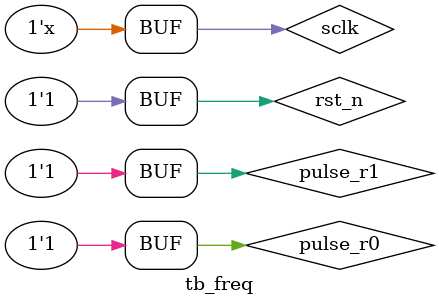
<source format=v>
`timescale 1ns/1ps

module tb_freq();
/*
reg 	sclk;
reg		rst_n;
reg		pulse;
wire 	[31:0]	cnt_clk;
wire 	[31:0]	cnt_squ;
wire 	[31:0]	cnt_pulse;

initial	sclk = 1;
always	#5	sclk = ~sclk;

initial	begin
	rst_n = 0;
	#100
	rst_n = 1;
end

reg	[31:0]	cnt = 0;
always @(posedge sclk or negedge rst_n) begin
	if(!rst_n)	cnt <= 0;
	else if(cnt == 35)	cnt <= 0;
	else cnt <= cnt + 1;
end
always@(posedge sclk or negedge rst_n)	begin
	if(!rst_n)	pulse <= 0;
	else if(cnt == 19)	pulse <= 0;
	else if(cnt == 34)	pulse <= 1;
end

//--------------------------------//
Freq_measure 	Freq_measure_inst0(
	.clk_100M	(sclk),
	.square		(pulse),
	.cnt_clk	(cnt_clk),
	.cnt_squ	(cnt_squ),
	.cnt_pulse	(cnt_pulse)
);
//--------------------------------//
*/
reg 	sclk;
reg		rst_n;
reg		pulse_r0;
reg		pulse_r1;
wire	[31:0]	cnt_time;

initial	sclk = 1;
always	#5	sclk = ~sclk;

initial	begin
	rst_n = 0;
	pulse_r0 = 0;
	pulse_r1 = 0;
	#100
	rst_n = 1;
	#500
	pulse_r0 <= 1;
	#1500
	pulse_r1 <= 1;
end

//---------------------//
Time_measure	Time_measure_inst0(
	.clk		(sclk),
	.rst_n		(rst_n),
	.squ_r0		(pulse_r0),
	.squ_r1		(pulse_r1),
	.cnt_time	(cnt_time)
);

endmodule
</source>
